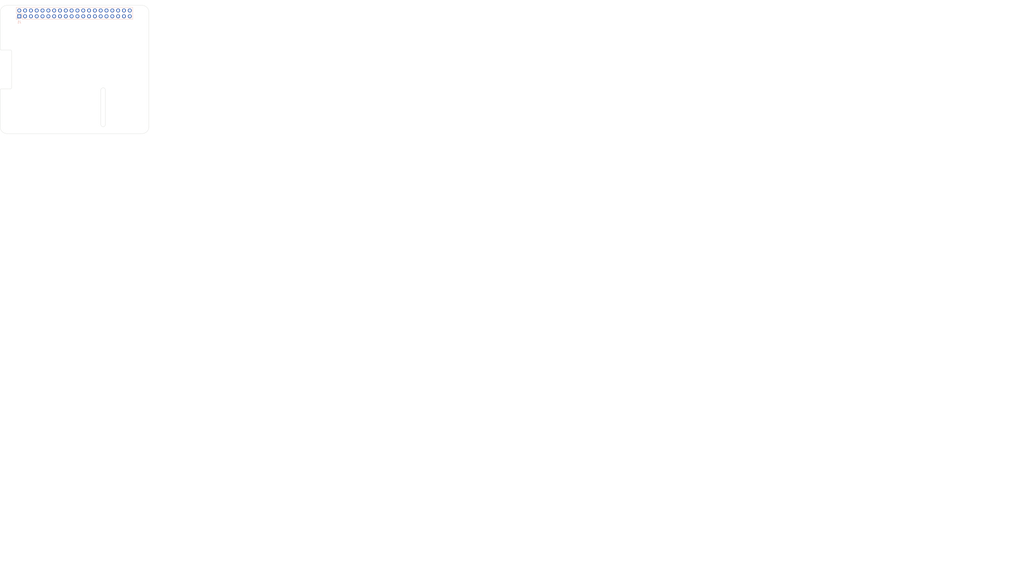
<source format=kicad_pcb>
(kicad_pcb (version 20240108) (generator "pcbnew") (generator_version "8.0")
  (title_block (date "15 nov 2012"))
  (layers (0 "F.Cu" signal) (31 "B.Cu" signal) (34 "B.Paste" user) (35 "F.Paste" user) (36 "B.SilkS" user "B.Silkscreen") (37 "F.SilkS" user "F.Silkscreen") (38 "B.Mask" user) (39 "F.Mask" user) (44 "Edge.Cuts" user))
  (net 0 "")
  (net 1 "GND")
  (net 2 "/GPIO2{slash}SDA1")
  (net 3 "/GPIO3{slash}SCL1")
  (net 4 "/GPIO4{slash}GPCLK0")
  (net 5 "/GPIO14{slash}TXD0")
  (net 6 "/GPIO15{slash}RXD0")
  (net 7 "/GPIO17")
  (net 8 "/GPIO18{slash}PCM.CLK")
  (net 9 "/GPIO27")
  (net 10 "/GPIO22")
  (net 11 "/GPIO23")
  (net 12 "/GPIO24")
  (net 13 "/GPIO10{slash}SPI0.MOSI")
  (net 14 "/GPIO9{slash}SPI0.MISO")
  (net 15 "/GPIO25")
  (net 16 "/GPIO11{slash}SPI0.SCLK")
  (net 17 "/GPIO8{slash}SPI0.CE0")
  (net 18 "/GPIO7{slash}SPI0.CE1")
  (net 19 "/ID_SDA")
  (net 20 "/ID_SCL")
  (net 21 "/GPIO5")
  (net 22 "/GPIO6")
  (net 23 "/GPIO12{slash}PWM0")
  (net 24 "/GPIO13{slash}PWM1")
  (net 25 "/GPIO19{slash}PCM.FS")
  (net 26 "/GPIO16")
  (net 27 "/GPIO26")
  (net 28 "/GPIO20{slash}PCM.DIN")
  (net 29 "/GPIO21{slash}PCM.DOUT")
  (net 30 "+5V")
  (net 31 "+3V3")
  (footprint "MountingHole:MountingHole_2.7mm_M2.5" (layer "F.Cu") (at 161.5 47.5)
    (property "Reference" "MH2" (hide yes))
    (property "Value" "MountingHole_2.7mm_M2.5" (hide yes))
    (pad "" np_thru_hole circle (at 0 0) (size 2.7 2.7) (drill 2.7) (layers "*.Cu" "*.Mask"))
  )
  (footprint "MountingHole:MountingHole_2.7mm_M2.5" (layer "F.Cu") (at 103.5 96.5)
    (property "Reference" "MH3" (hide yes))
    (property "Value" "MountingHole_2.7mm_M2.5" (hide yes))
    (pad "" np_thru_hole circle (at 0 0) (size 2.7 2.7) (drill 2.7) (layers "*.Cu" "*.Mask"))
  )
  (footprint "MountingHole:MountingHole_2.7mm_M2.5" (layer "F.Cu") (at 103.5 47.5)
    (property "Reference" "MH1" (hide yes))
    (property "Value" "MountingHole_2.7mm_M2.5" (hide yes))
    (pad "" np_thru_hole circle (at 0 0) (size 2.7 2.7) (drill 2.7) (layers "*.Cu" "*.Mask"))
  )
  (footprint "MountingHole:MountingHole_2.7mm_M2.5" (layer "F.Cu") (at 161.5 96.5)
    (property "Reference" "MH4" (hide yes))
    (property "Value" "MountingHole_2.7mm_M2.5" (hide yes))
    (pad "" np_thru_hole circle (at 0 0) (size 2.7 2.7) (drill 2.7) (layers "*.Cu" "*.Mask"))
  )
  (footprint "Connector_PinSocket_2.54mm:PinSocket_2x20_P2.54mm_Vertical" (layer "B.Cu") (at 108.37 48.77 -90)
    (property "Reference" "J1" (at 2.5 0 0) (layer "B.SilkS") (effects (justify mirror)))
    (property "Value" "GPIO")
    (fp_line (start -3.87 1.33) (end -1.27 1.33) (stroke (width 0.12)) (layer "B.SilkS"))
    (fp_line (start -3.87 1.33) (end -3.87 -49.59) (stroke (width 0.12)) (layer "B.SilkS"))
    (fp_line (start -1.27 1.33) (end -1.27 -1.27) (stroke (width 0.12)) (layer "B.SilkS"))
    (fp_line (start 0 1.33) (end 1.33 1.33) (stroke (width 0.12)) (layer "B.SilkS"))
    (fp_line (start 1.33 1.33) (end 1.33 0) (stroke (width 0.12)) (layer "B.SilkS"))
    (fp_line (start -1.27 -1.27) (end 1.33 -1.27) (stroke (width 0.12)) (layer "B.SilkS"))
    (fp_line (start 1.33 -1.27) (end 1.33 -49.59) (stroke (width 0.12)) (layer "B.SilkS"))
    (fp_line (start -3.87 -49.59) (end 1.33 -49.59) (stroke (width 0.12)) (layer "B.SilkS"))
    (pad "1" thru_hole rect (at 0 0 270) (size 1.7 1.7) (drill 1) (layers "*.Cu" "*.Mask") (net 31 "+3V3"))
    (pad "2" thru_hole oval (at -2.54 0 270) (size 1.7 1.7) (drill 1) (layers "*.Cu" "*.Mask") (net 30 "+5V"))
    (pad "3" thru_hole oval (at 0 -2.54 270) (size 1.7 1.7) (drill 1) (layers "*.Cu" "*.Mask") (net 2 "/GPIO2{slash}SDA1"))
    (pad "4" thru_hole oval (at -2.54 -2.54 270) (size 1.7 1.7) (drill 1) (layers "*.Cu" "*.Mask") (net 30 "+5V"))
    (pad "5" thru_hole oval (at 0 -5.08 270) (size 1.7 1.7) (drill 1) (layers "*.Cu" "*.Mask") (net 3 "/GPIO3{slash}SCL1"))
    (pad "6" thru_hole oval (at -2.54 -5.08 270) (size 1.7 1.7) (drill 1) (layers "*.Cu" "*.Mask") (net 1 "GND"))
    (pad "7" thru_hole oval (at 0 -7.62 270) (size 1.7 1.7) (drill 1) (layers "*.Cu" "*.Mask") (net 4 "/GPIO4{slash}GPCLK0"))
    (pad "8" thru_hole oval (at -2.54 -7.62 270) (size 1.7 1.7) (drill 1) (layers "*.Cu" "*.Mask") (net 5 "/GPIO14{slash}TXD0"))
    (pad "9" thru_hole oval (at 0 -10.16 270) (size 1.7 1.7) (drill 1) (layers "*.Cu" "*.Mask") (net 1 "GND"))
    (pad "10" thru_hole oval (at -2.54 -10.16 270) (size 1.7 1.7) (drill 1) (layers "*.Cu" "*.Mask") (net 6 "/GPIO15{slash}RXD0"))
    (pad "11" thru_hole oval (at 0 -12.7 270) (size 1.7 1.7) (drill 1) (layers "*.Cu" "*.Mask") (net 7 "/GPIO17"))
    (pad "12" thru_hole oval (at -2.54 -12.7 270) (size 1.7 1.7) (drill 1) (layers "*.Cu" "*.Mask") (net 8 "/GPIO18{slash}PCM.CLK"))
    (pad "13" thru_hole oval (at 0 -15.24 270) (size 1.7 1.7) (drill 1) (layers "*.Cu" "*.Mask") (net 9 "/GPIO27"))
    (pad "14" thru_hole oval (at -2.54 -15.24 270) (size 1.7 1.7) (drill 1) (layers "*.Cu" "*.Mask") (net 1 "GND"))
    (pad "15" thru_hole oval (at 0 -17.78 270) (size 1.7 1.7) (drill 1) (layers "*.Cu" "*.Mask") (net 10 "/GPIO22"))
    (pad "16" thru_hole oval (at -2.54 -17.78 270) (size 1.7 1.7) (drill 1) (layers "*.Cu" "*.Mask") (net 11 "/GPIO23"))
    (pad "17" thru_hole oval (at 0 -20.32 270) (size 1.7 1.7) (drill 1) (layers "*.Cu" "*.Mask") (net 31 "+3V3"))
    (pad "18" thru_hole oval (at -2.54 -20.32 270) (size 1.7 1.7) (drill 1) (layers "*.Cu" "*.Mask") (net 12 "/GPIO24"))
    (pad "19" thru_hole oval (at 0 -22.86 270) (size 1.7 1.7) (drill 1) (layers "*.Cu" "*.Mask") (net 13 "/GPIO10{slash}SPI0.MOSI"))
    (pad "20" thru_hole oval (at -2.54 -22.86 270) (size 1.7 1.7) (drill 1) (layers "*.Cu" "*.Mask") (net 1 "GND"))
    (pad "21" thru_hole oval (at 0 -25.4 270) (size 1.7 1.7) (drill 1) (layers "*.Cu" "*.Mask") (net 14 "/GPIO9{slash}SPI0.MISO"))
    (pad "22" thru_hole oval (at -2.54 -25.4 270) (size 1.7 1.7) (drill 1) (layers "*.Cu" "*.Mask") (net 15 "/GPIO25"))
    (pad "23" thru_hole oval (at 0 -27.94 270) (size 1.7 1.7) (drill 1) (layers "*.Cu" "*.Mask") (net 16 "/GPIO11{slash}SPI0.SCLK"))
    (pad "24" thru_hole oval (at -2.54 -27.94 270) (size 1.7 1.7) (drill 1) (layers "*.Cu" "*.Mask") (net 17 "/GPIO8{slash}SPI0.CE0"))
    (pad "25" thru_hole oval (at 0 -30.48 270) (size 1.7 1.7) (drill 1) (layers "*.Cu" "*.Mask") (net 1 "GND"))
    (pad "26" thru_hole oval (at -2.54 -30.48 270) (size 1.7 1.7) (drill 1) (layers "*.Cu" "*.Mask") (net 18 "/GPIO7{slash}SPI0.CE1"))
    (pad "27" thru_hole oval (at 0 -33.02 270) (size 1.7 1.7) (drill 1) (layers "*.Cu" "*.Mask") (net 19 "/ID_SDA"))
    (pad "28" thru_hole oval (at -2.54 -33.02 270) (size 1.7 1.7) (drill 1) (layers "*.Cu" "*.Mask") (net 20 "/ID_SCL"))
    (pad "29" thru_hole oval (at 0 -35.56 270) (size 1.7 1.7) (drill 1) (layers "*.Cu" "*.Mask") (net 21 "/GPIO5"))
    (pad "30" thru_hole oval (at -2.54 -35.56 270) (size 1.7 1.7) (drill 1) (layers "*.Cu" "*.Mask") (net 1 "GND"))
    (pad "31" thru_hole oval (at 0 -38.1 270) (size 1.7 1.7) (drill 1) (layers "*.Cu" "*.Mask") (net 22 "/GPIO6"))
    (pad "32" thru_hole oval (at -2.54 -38.1 270) (size 1.7 1.7) (drill 1) (layers "*.Cu" "*.Mask") (net 23 "/GPIO12{slash}PWM0"))
    (pad "33" thru_hole oval (at 0 -40.64 270) (size 1.7 1.7) (drill 1) (layers "*.Cu" "*.Mask") (net 24 "/GPIO13{slash}PWM1"))
    (pad "34" thru_hole oval (at -2.54 -40.64 270) (size 1.7 1.7) (drill 1) (layers "*.Cu" "*.Mask") (net 1 "GND"))
    (pad "35" thru_hole oval (at 0 -43.18 270) (size 1.7 1.7) (drill 1) (layers "*.Cu" "*.Mask") (net 25 "/GPIO19{slash}PCM.FS"))
    (pad "36" thru_hole oval (at -2.54 -43.18 270) (size 1.7 1.7) (drill 1) (layers "*.Cu" "*.Mask") (net 26 "/GPIO16"))
    (pad "37" thru_hole oval (at 0 -45.72 270) (size 1.7 1.7) (drill 1) (layers "*.Cu" "*.Mask") (net 27 "/GPIO26"))
    (pad "38" thru_hole oval (at -2.54 -45.72 270) (size 1.7 1.7) (drill 1) (layers "*.Cu" "*.Mask") (net 28 "/GPIO20{slash}PCM.DIN"))
    (pad "39" thru_hole oval (at 0 -48.26 270) (size 1.7 1.7) (drill 1) (layers "*.Cu" "*.Mask") (net 1 "GND"))
    (pad "40" thru_hole oval (at -2.54 -48.26 270) (size 1.7 1.7) (drill 1) (layers "*.Cu" "*.Mask") (net 29 "/GPIO21{slash}PCM.DOUT"))
  )
  (gr_arc (start 100.5 63.5) (mid 100.146447 63.353553) (end 100 63) (stroke (width 0.1)) (layer "Edge.Cuts"))
  (gr_arc (start 162 44) (mid 164.12132 44.87868) (end 165 47) (stroke (width 0.1)) (layer "Edge.Cuts"))
  (gr_line (start 165 97) (end 165 47) (stroke (width 0.1)) (layer "Edge.Cuts"))
  (gr_line (start 100 47) (end 100 63) (stroke (width 0.1)) (layer "Edge.Cuts"))
  (gr_line (start 146 81) (end 146 96) (stroke (width 0.1)) (layer "Edge.Cuts"))
  (gr_line (start 144 96) (end 144 81) (stroke (width 0.1)) (layer "Edge.Cuts"))
  (gr_arc (start 103 100) (mid 100.87868 99.12132) (end 100 97) (stroke (width 0.1)) (layer "Edge.Cuts"))
  (gr_line (start 103 100) (end 162 100) (stroke (width 0.1)) (layer "Edge.Cuts"))
  (gr_line (start 104.5 80.5) (end 100.5 80.5) (stroke (width 0.1)) (layer "Edge.Cuts"))
  (gr_arc (start 144 81) (mid 145 80) (end 146 81) (stroke (width 0.1)) (layer "Edge.Cuts"))
  (gr_arc (start 100 81) (mid 100.146138 80.646755) (end 100.499127 80.500001) (stroke (width 0.1)) (layer "Edge.Cuts"))
  (gr_arc (start 165 97) (mid 164.12132 99.12132) (end 162 100) (stroke (width 0.1)) (layer "Edge.Cuts"))
  (gr_line (start 105 64) (end 105 80) (stroke (width 0.1)) (layer "Edge.Cuts"))
  (gr_arc (start 100 47) (mid 100.87868 44.87868) (end 103 44) (stroke (width 0.1)) (layer "Edge.Cuts"))
  (gr_arc (start 146 96) (mid 145 97) (end 144 96) (stroke (width 0.1)) (layer "Edge.Cuts"))
  (gr_line (start 100 81) (end 100 97) (stroke (width 0.1)) (layer "Edge.Cuts"))
  (gr_line (start 100.5 63.5) (end 104.5 63.5) (stroke (width 0.1)) (layer "Edge.Cuts"))
  (gr_arc (start 105 80) (mid 104.853553 80.353553) (end 104.5 80.5) (stroke (width 0.1)) (layer "Edge.Cuts"))
  (gr_arc (start 104.5 63.5) (mid 104.853553 63.646447) (end 105 64) (stroke (width 0.1)) (layer "Edge.Cuts"))
  (gr_line (start 162 44) (end 103 44) (stroke (width 0.1)) (layer "Edge.Cuts"))
)
</source>
